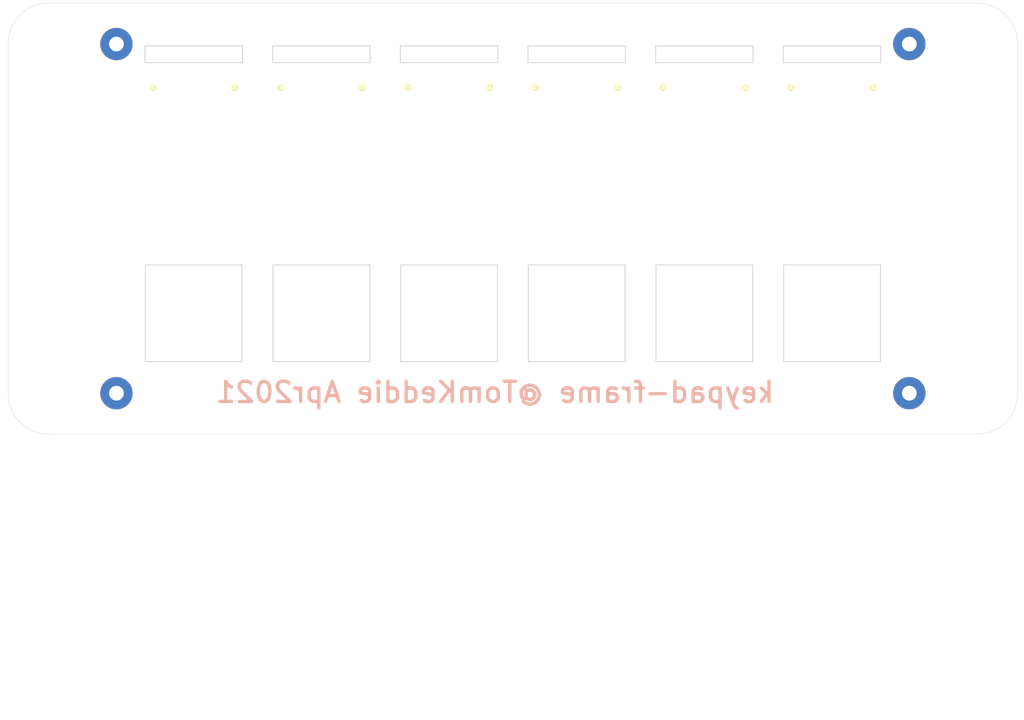
<source format=kicad_pcb>
(kicad_pcb (version 20171130) (host pcbnew 5.1.7-a382d34a8~88~ubuntu20.04.1)

  (general
    (thickness 1.6)
    (drawings 9)
    (tracks 4)
    (zones 0)
    (modules 13)
    (nets 2)
  )

  (page A4)
  (title_block
    (date 2021-04-25)
    (rev Apr2021a)
  )

  (layers
    (0 F.Cu signal)
    (31 B.Cu signal)
    (32 B.Adhes user hide)
    (33 F.Adhes user hide)
    (34 B.Paste user hide)
    (35 F.Paste user hide)
    (36 B.SilkS user)
    (37 F.SilkS user)
    (38 B.Mask user hide)
    (39 F.Mask user hide)
    (40 Dwgs.User user hide)
    (41 Cmts.User user hide)
    (42 Eco1.User user hide)
    (43 Eco2.User user hide)
    (44 Edge.Cuts user)
    (45 Margin user hide)
    (46 B.CrtYd user hide)
    (47 F.CrtYd user hide)
    (48 B.Fab user hide)
    (49 F.Fab user hide)
  )

  (setup
    (last_trace_width 0.25)
    (user_trace_width 0.5)
    (user_trace_width 1)
    (user_trace_width 2)
    (trace_clearance 0.2)
    (zone_clearance 0.508)
    (zone_45_only no)
    (trace_min 0.2)
    (via_size 0.8)
    (via_drill 0.4)
    (via_min_size 0.4)
    (via_min_drill 0.3)
    (uvia_size 0.3)
    (uvia_drill 0.1)
    (uvias_allowed no)
    (uvia_min_size 0.2)
    (uvia_min_drill 0.1)
    (edge_width 0.05)
    (segment_width 0.2)
    (pcb_text_width 0.3)
    (pcb_text_size 1.5 1.5)
    (mod_edge_width 0.12)
    (mod_text_size 1 1)
    (mod_text_width 0.15)
    (pad_size 1.524 1.524)
    (pad_drill 0.762)
    (pad_to_mask_clearance 0)
    (aux_axis_origin 0 0)
    (visible_elements FFFFFF7F)
    (pcbplotparams
      (layerselection 0x010fc_ffffffff)
      (usegerberextensions false)
      (usegerberattributes true)
      (usegerberadvancedattributes true)
      (creategerberjobfile true)
      (excludeedgelayer true)
      (linewidth 0.100000)
      (plotframeref false)
      (viasonmask false)
      (mode 1)
      (useauxorigin false)
      (hpglpennumber 1)
      (hpglpenspeed 20)
      (hpglpendiameter 15.000000)
      (psnegative false)
      (psa4output false)
      (plotreference true)
      (plotvalue true)
      (plotinvisibletext false)
      (padsonsilk false)
      (subtractmaskfromsilk false)
      (outputformat 1)
      (mirror false)
      (drillshape 1)
      (scaleselection 1)
      (outputdirectory ""))
  )

  (net 0 "")
  (net 1 GND)

  (net_class Default "This is the default net class."
    (clearance 0.2)
    (trace_width 0.25)
    (via_dia 0.8)
    (via_drill 0.4)
    (uvia_dia 0.3)
    (uvia_drill 0.1)
    (diff_pair_width 0.25)
    (diff_pair_gap 0.5)
  )

  (module tom-mechanical:MX_KEYSWITCH_CUTOUT locked (layer F.Cu) (tedit 6085EC17) (tstamp 60805FB7)
    (at 214 100)
    (descr MX_PCB)
    (tags MX_PCB)
    (path /60806E15)
    (attr smd)
    (fp_text reference SW7 (at -0.13 -8.1) (layer F.SilkS) hide
      (effects (font (size 1 1) (thickness 0.2)))
    )
    (fp_text value Switch_SW_Push (at 0 8.2) (layer F.SilkS) hide
      (effects (font (size 1.524 1.524) (thickness 0.3048)))
    )
    (fp_line (start -9.5 9.5) (end -9.5 -9.5) (layer Dwgs.User) (width 0.001))
    (fp_line (start 9.5 9.5) (end -9.5 9.5) (layer Dwgs.User) (width 0.001))
    (fp_line (start 9.5 -9.5) (end 9.5 9.5) (layer Dwgs.User) (width 0.001))
    (fp_line (start -9.5 -9.5) (end 9.5 -9.5) (layer Dwgs.User) (width 0.001))
    (fp_line (start 0 -9.5) (end 0 -9.55) (layer Dwgs.User) (width 0.001))
    (fp_line (start 0 -9.55) (end 0.1 -9.5) (layer Dwgs.User) (width 0.001))
    (fp_line (start 0 -9.55) (end -0.1 -9.5) (layer Dwgs.User) (width 0.001))
    (fp_line (start 0 9.55) (end 0.1 9.5) (layer Dwgs.User) (width 0.001))
    (fp_line (start 0 9.55) (end -0.1 9.5) (layer Dwgs.User) (width 0.001))
    (fp_line (start 0 9.5) (end 0 9.55) (layer Dwgs.User) (width 0.001))
    (fp_line (start -9.55 0) (end -9.5 0.1) (layer Dwgs.User) (width 0.001))
    (fp_line (start -9.55 0) (end -9.5 -0.1) (layer Dwgs.User) (width 0.001))
    (fp_line (start -9.5 0) (end -9.55 0) (layer Dwgs.User) (width 0.001))
    (fp_line (start 9.55 0) (end 9.5 -0.1) (layer Dwgs.User) (width 0.001))
    (fp_line (start 9.55 0) (end 9.5 0.1) (layer Dwgs.User) (width 0.001))
    (fp_line (start 9.5 0) (end 9.55 0) (layer Dwgs.User) (width 0.001))
    (fp_line (start -7.2 -7.2) (end -7.2 7.2) (layer Edge.Cuts) (width 0.12))
    (fp_line (start 7.2 -7.2) (end 7.2 7.2) (layer Edge.Cuts) (width 0.12))
    (fp_line (start -7.2 -7.2) (end 7.2 -7.2) (layer Edge.Cuts) (width 0.12))
    (fp_line (start 7.2 7.2) (end -7.2 7.2) (layer Edge.Cuts) (width 0.12))
  )

  (module tom-mechanical:MX_KEYSWITCH_CUTOUT locked (layer F.Cu) (tedit 6085EC17) (tstamp 60805F77)
    (at 195 100)
    (descr MX_PCB)
    (tags MX_PCB)
    (path /60806E0B)
    (attr smd)
    (fp_text reference SW6 (at -0.13 -8.1) (layer F.SilkS) hide
      (effects (font (size 1 1) (thickness 0.2)))
    )
    (fp_text value Switch_SW_Push (at 0 8.2) (layer F.SilkS) hide
      (effects (font (size 1.524 1.524) (thickness 0.3048)))
    )
    (fp_line (start -9.5 9.5) (end -9.5 -9.5) (layer Dwgs.User) (width 0.001))
    (fp_line (start 9.5 9.5) (end -9.5 9.5) (layer Dwgs.User) (width 0.001))
    (fp_line (start 9.5 -9.5) (end 9.5 9.5) (layer Dwgs.User) (width 0.001))
    (fp_line (start -9.5 -9.5) (end 9.5 -9.5) (layer Dwgs.User) (width 0.001))
    (fp_line (start 0 -9.5) (end 0 -9.55) (layer Dwgs.User) (width 0.001))
    (fp_line (start 0 -9.55) (end 0.1 -9.5) (layer Dwgs.User) (width 0.001))
    (fp_line (start 0 -9.55) (end -0.1 -9.5) (layer Dwgs.User) (width 0.001))
    (fp_line (start 0 9.55) (end 0.1 9.5) (layer Dwgs.User) (width 0.001))
    (fp_line (start 0 9.55) (end -0.1 9.5) (layer Dwgs.User) (width 0.001))
    (fp_line (start 0 9.5) (end 0 9.55) (layer Dwgs.User) (width 0.001))
    (fp_line (start -9.55 0) (end -9.5 0.1) (layer Dwgs.User) (width 0.001))
    (fp_line (start -9.55 0) (end -9.5 -0.1) (layer Dwgs.User) (width 0.001))
    (fp_line (start -9.5 0) (end -9.55 0) (layer Dwgs.User) (width 0.001))
    (fp_line (start 9.55 0) (end 9.5 -0.1) (layer Dwgs.User) (width 0.001))
    (fp_line (start 9.55 0) (end 9.5 0.1) (layer Dwgs.User) (width 0.001))
    (fp_line (start 9.5 0) (end 9.55 0) (layer Dwgs.User) (width 0.001))
    (fp_line (start -7.2 -7.2) (end -7.2 7.2) (layer Edge.Cuts) (width 0.12))
    (fp_line (start 7.2 -7.2) (end 7.2 7.2) (layer Edge.Cuts) (width 0.12))
    (fp_line (start -7.2 -7.2) (end 7.2 -7.2) (layer Edge.Cuts) (width 0.12))
    (fp_line (start 7.2 7.2) (end -7.2 7.2) (layer Edge.Cuts) (width 0.12))
  )

  (module tom-mechanical:MX_KEYSWITCH_CUTOUT locked (layer F.Cu) (tedit 6085EC17) (tstamp 60805F37)
    (at 176 100)
    (descr MX_PCB)
    (tags MX_PCB)
    (path /60806D97)
    (attr smd)
    (fp_text reference SW5 (at -0.13 -8.1) (layer F.SilkS) hide
      (effects (font (size 1 1) (thickness 0.2)))
    )
    (fp_text value Switch_SW_Push (at 0 8.2) (layer F.SilkS) hide
      (effects (font (size 1.524 1.524) (thickness 0.3048)))
    )
    (fp_line (start -9.5 9.5) (end -9.5 -9.5) (layer Dwgs.User) (width 0.001))
    (fp_line (start 9.5 9.5) (end -9.5 9.5) (layer Dwgs.User) (width 0.001))
    (fp_line (start 9.5 -9.5) (end 9.5 9.5) (layer Dwgs.User) (width 0.001))
    (fp_line (start -9.5 -9.5) (end 9.5 -9.5) (layer Dwgs.User) (width 0.001))
    (fp_line (start 0 -9.5) (end 0 -9.55) (layer Dwgs.User) (width 0.001))
    (fp_line (start 0 -9.55) (end 0.1 -9.5) (layer Dwgs.User) (width 0.001))
    (fp_line (start 0 -9.55) (end -0.1 -9.5) (layer Dwgs.User) (width 0.001))
    (fp_line (start 0 9.55) (end 0.1 9.5) (layer Dwgs.User) (width 0.001))
    (fp_line (start 0 9.55) (end -0.1 9.5) (layer Dwgs.User) (width 0.001))
    (fp_line (start 0 9.5) (end 0 9.55) (layer Dwgs.User) (width 0.001))
    (fp_line (start -9.55 0) (end -9.5 0.1) (layer Dwgs.User) (width 0.001))
    (fp_line (start -9.55 0) (end -9.5 -0.1) (layer Dwgs.User) (width 0.001))
    (fp_line (start -9.5 0) (end -9.55 0) (layer Dwgs.User) (width 0.001))
    (fp_line (start 9.55 0) (end 9.5 -0.1) (layer Dwgs.User) (width 0.001))
    (fp_line (start 9.55 0) (end 9.5 0.1) (layer Dwgs.User) (width 0.001))
    (fp_line (start 9.5 0) (end 9.55 0) (layer Dwgs.User) (width 0.001))
    (fp_line (start -7.2 -7.2) (end -7.2 7.2) (layer Edge.Cuts) (width 0.12))
    (fp_line (start 7.2 -7.2) (end 7.2 7.2) (layer Edge.Cuts) (width 0.12))
    (fp_line (start -7.2 -7.2) (end 7.2 -7.2) (layer Edge.Cuts) (width 0.12))
    (fp_line (start 7.2 7.2) (end -7.2 7.2) (layer Edge.Cuts) (width 0.12))
  )

  (module tom-mechanical:MX_KEYSWITCH_CUTOUT locked (layer F.Cu) (tedit 6085EC17) (tstamp 60805EF7)
    (at 157 100)
    (descr MX_PCB)
    (tags MX_PCB)
    (path /60805EF9)
    (attr smd)
    (fp_text reference SW4 (at -0.13 -8.1) (layer F.SilkS) hide
      (effects (font (size 1 1) (thickness 0.2)))
    )
    (fp_text value Switch_SW_Push (at 0 8.2) (layer F.SilkS) hide
      (effects (font (size 1.524 1.524) (thickness 0.3048)))
    )
    (fp_line (start -9.5 9.5) (end -9.5 -9.5) (layer Dwgs.User) (width 0.001))
    (fp_line (start 9.5 9.5) (end -9.5 9.5) (layer Dwgs.User) (width 0.001))
    (fp_line (start 9.5 -9.5) (end 9.5 9.5) (layer Dwgs.User) (width 0.001))
    (fp_line (start -9.5 -9.5) (end 9.5 -9.5) (layer Dwgs.User) (width 0.001))
    (fp_line (start 0 -9.5) (end 0 -9.55) (layer Dwgs.User) (width 0.001))
    (fp_line (start 0 -9.55) (end 0.1 -9.5) (layer Dwgs.User) (width 0.001))
    (fp_line (start 0 -9.55) (end -0.1 -9.5) (layer Dwgs.User) (width 0.001))
    (fp_line (start 0 9.55) (end 0.1 9.5) (layer Dwgs.User) (width 0.001))
    (fp_line (start 0 9.55) (end -0.1 9.5) (layer Dwgs.User) (width 0.001))
    (fp_line (start 0 9.5) (end 0 9.55) (layer Dwgs.User) (width 0.001))
    (fp_line (start -9.55 0) (end -9.5 0.1) (layer Dwgs.User) (width 0.001))
    (fp_line (start -9.55 0) (end -9.5 -0.1) (layer Dwgs.User) (width 0.001))
    (fp_line (start -9.5 0) (end -9.55 0) (layer Dwgs.User) (width 0.001))
    (fp_line (start 9.55 0) (end 9.5 -0.1) (layer Dwgs.User) (width 0.001))
    (fp_line (start 9.55 0) (end 9.5 0.1) (layer Dwgs.User) (width 0.001))
    (fp_line (start 9.5 0) (end 9.55 0) (layer Dwgs.User) (width 0.001))
    (fp_line (start -7.2 -7.2) (end -7.2 7.2) (layer Edge.Cuts) (width 0.12))
    (fp_line (start 7.2 -7.2) (end 7.2 7.2) (layer Edge.Cuts) (width 0.12))
    (fp_line (start -7.2 -7.2) (end 7.2 -7.2) (layer Edge.Cuts) (width 0.12))
    (fp_line (start 7.2 7.2) (end -7.2 7.2) (layer Edge.Cuts) (width 0.12))
  )

  (module tom-mechanical:MX_KEYSWITCH_CUTOUT locked (layer F.Cu) (tedit 6085EC17) (tstamp 60805EB7)
    (at 138 100)
    (descr MX_PCB)
    (tags MX_PCB)
    (path /60805EB1)
    (attr smd)
    (fp_text reference SW3 (at -0.13 -8.1) (layer F.SilkS) hide
      (effects (font (size 1 1) (thickness 0.2)))
    )
    (fp_text value Switch_SW_Push (at 0 8.2) (layer F.SilkS) hide
      (effects (font (size 1.524 1.524) (thickness 0.3048)))
    )
    (fp_line (start -9.5 9.5) (end -9.5 -9.5) (layer Dwgs.User) (width 0.001))
    (fp_line (start 9.5 9.5) (end -9.5 9.5) (layer Dwgs.User) (width 0.001))
    (fp_line (start 9.5 -9.5) (end 9.5 9.5) (layer Dwgs.User) (width 0.001))
    (fp_line (start -9.5 -9.5) (end 9.5 -9.5) (layer Dwgs.User) (width 0.001))
    (fp_line (start 0 -9.5) (end 0 -9.55) (layer Dwgs.User) (width 0.001))
    (fp_line (start 0 -9.55) (end 0.1 -9.5) (layer Dwgs.User) (width 0.001))
    (fp_line (start 0 -9.55) (end -0.1 -9.5) (layer Dwgs.User) (width 0.001))
    (fp_line (start 0 9.55) (end 0.1 9.5) (layer Dwgs.User) (width 0.001))
    (fp_line (start 0 9.55) (end -0.1 9.5) (layer Dwgs.User) (width 0.001))
    (fp_line (start 0 9.5) (end 0 9.55) (layer Dwgs.User) (width 0.001))
    (fp_line (start -9.55 0) (end -9.5 0.1) (layer Dwgs.User) (width 0.001))
    (fp_line (start -9.55 0) (end -9.5 -0.1) (layer Dwgs.User) (width 0.001))
    (fp_line (start -9.5 0) (end -9.55 0) (layer Dwgs.User) (width 0.001))
    (fp_line (start 9.55 0) (end 9.5 -0.1) (layer Dwgs.User) (width 0.001))
    (fp_line (start 9.55 0) (end 9.5 0.1) (layer Dwgs.User) (width 0.001))
    (fp_line (start 9.5 0) (end 9.55 0) (layer Dwgs.User) (width 0.001))
    (fp_line (start -7.2 -7.2) (end -7.2 7.2) (layer Edge.Cuts) (width 0.12))
    (fp_line (start 7.2 -7.2) (end 7.2 7.2) (layer Edge.Cuts) (width 0.12))
    (fp_line (start -7.2 -7.2) (end 7.2 -7.2) (layer Edge.Cuts) (width 0.12))
    (fp_line (start 7.2 7.2) (end -7.2 7.2) (layer Edge.Cuts) (width 0.12))
  )

  (module tom-mechanical:MX_KEYSWITCH_CUTOUT locked (layer F.Cu) (tedit 6085EC17) (tstamp 60805E77)
    (at 119 100)
    (descr MX_PCB)
    (tags MX_PCB)
    (path /60805AE6)
    (attr smd)
    (fp_text reference SW2 (at -0.13 -8.1) (layer F.SilkS) hide
      (effects (font (size 1 1) (thickness 0.2)))
    )
    (fp_text value Switch_SW_Push (at 0 8.2) (layer F.SilkS) hide
      (effects (font (size 1.524 1.524) (thickness 0.3048)))
    )
    (fp_line (start -9.5 9.5) (end -9.5 -9.5) (layer Dwgs.User) (width 0.001))
    (fp_line (start 9.5 9.5) (end -9.5 9.5) (layer Dwgs.User) (width 0.001))
    (fp_line (start 9.5 -9.5) (end 9.5 9.5) (layer Dwgs.User) (width 0.001))
    (fp_line (start -9.5 -9.5) (end 9.5 -9.5) (layer Dwgs.User) (width 0.001))
    (fp_line (start 0 -9.5) (end 0 -9.55) (layer Dwgs.User) (width 0.001))
    (fp_line (start 0 -9.55) (end 0.1 -9.5) (layer Dwgs.User) (width 0.001))
    (fp_line (start 0 -9.55) (end -0.1 -9.5) (layer Dwgs.User) (width 0.001))
    (fp_line (start 0 9.55) (end 0.1 9.5) (layer Dwgs.User) (width 0.001))
    (fp_line (start 0 9.55) (end -0.1 9.5) (layer Dwgs.User) (width 0.001))
    (fp_line (start 0 9.5) (end 0 9.55) (layer Dwgs.User) (width 0.001))
    (fp_line (start -9.55 0) (end -9.5 0.1) (layer Dwgs.User) (width 0.001))
    (fp_line (start -9.55 0) (end -9.5 -0.1) (layer Dwgs.User) (width 0.001))
    (fp_line (start -9.5 0) (end -9.55 0) (layer Dwgs.User) (width 0.001))
    (fp_line (start 9.55 0) (end 9.5 -0.1) (layer Dwgs.User) (width 0.001))
    (fp_line (start 9.55 0) (end 9.5 0.1) (layer Dwgs.User) (width 0.001))
    (fp_line (start 9.5 0) (end 9.55 0) (layer Dwgs.User) (width 0.001))
    (fp_line (start -7.2 -7.2) (end -7.2 7.2) (layer Edge.Cuts) (width 0.12))
    (fp_line (start 7.2 -7.2) (end 7.2 7.2) (layer Edge.Cuts) (width 0.12))
    (fp_line (start -7.2 -7.2) (end 7.2 -7.2) (layer Edge.Cuts) (width 0.12))
    (fp_line (start 7.2 7.2) (end -7.2 7.2) (layer Edge.Cuts) (width 0.12))
  )

  (module tom-mechanical:IE096HQ1301CL_SLOT (layer B.Cu) (tedit 6085E786) (tstamp 6081A9F2)
    (at 214 70.424 180)
    (path /60918649)
    (fp_text reference U8 (at 0 4.064) (layer B.SilkS) hide
      (effects (font (size 1.5 1.5) (thickness 0.25)) (justify mirror))
    )
    (fp_text value IE096HQ1301CL_SLOT (at 0 4.318) (layer B.Fab) hide
      (effects (font (size 1 1) (thickness 0.15)) (justify mirror))
    )
    (fp_line (start 7.25 7.75) (end -7.25 7.75) (layer Edge.Cuts) (width 0.12))
    (fp_line (start -7.25 10.25) (end 7.25 10.25) (layer Edge.Cuts) (width 0.12))
    (fp_line (start 7.25 7.75) (end 7.25 10.25) (layer Edge.Cuts) (width 0.12))
    (fp_line (start -7.25 7.75) (end -7.25 10.25) (layer Edge.Cuts) (width 0.12))
    (fp_circle (center 6.1 4) (end 6.45 4) (layer F.SilkS) (width 0.3))
    (fp_circle (center -6.1 4) (end -5.75 4) (layer F.SilkS) (width 0.3))
  )

  (module tom-mechanical:IE096HQ1301CL_SLOT (layer B.Cu) (tedit 6085E786) (tstamp 6081A9DA)
    (at 195 70.424 180)
    (path /6091860A)
    (fp_text reference U7 (at 0 4.064) (layer B.SilkS) hide
      (effects (font (size 1.5 1.5) (thickness 0.25)) (justify mirror))
    )
    (fp_text value IE096HQ1301CL_SLOT (at 0 4.318) (layer B.Fab) hide
      (effects (font (size 1 1) (thickness 0.15)) (justify mirror))
    )
    (fp_line (start 7.25 7.75) (end -7.25 7.75) (layer Edge.Cuts) (width 0.12))
    (fp_line (start -7.25 10.25) (end 7.25 10.25) (layer Edge.Cuts) (width 0.12))
    (fp_line (start 7.25 7.75) (end 7.25 10.25) (layer Edge.Cuts) (width 0.12))
    (fp_line (start -7.25 7.75) (end -7.25 10.25) (layer Edge.Cuts) (width 0.12))
    (fp_circle (center 6.1 4) (end 6.45 4) (layer F.SilkS) (width 0.3))
    (fp_circle (center -6.1 4) (end -5.75 4) (layer F.SilkS) (width 0.3))
  )

  (module tom-mechanical:IE096HQ1301CL_SLOT (layer B.Cu) (tedit 6085E786) (tstamp 6081A9C2)
    (at 176 70.424 180)
    (path /608CD45A)
    (fp_text reference U6 (at 0 4.064) (layer B.SilkS) hide
      (effects (font (size 1.5 1.5) (thickness 0.25)) (justify mirror))
    )
    (fp_text value IE096HQ1301CL_SLOT (at 0 4.318) (layer B.Fab) hide
      (effects (font (size 1 1) (thickness 0.15)) (justify mirror))
    )
    (fp_line (start 7.25 7.75) (end -7.25 7.75) (layer Edge.Cuts) (width 0.12))
    (fp_line (start -7.25 10.25) (end 7.25 10.25) (layer Edge.Cuts) (width 0.12))
    (fp_line (start 7.25 7.75) (end 7.25 10.25) (layer Edge.Cuts) (width 0.12))
    (fp_line (start -7.25 7.75) (end -7.25 10.25) (layer Edge.Cuts) (width 0.12))
    (fp_circle (center 6.1 4) (end 6.45 4) (layer F.SilkS) (width 0.3))
    (fp_circle (center -6.1 4) (end -5.75 4) (layer F.SilkS) (width 0.3))
  )

  (module tom-mechanical:IE096HQ1301CL_SLOT (layer B.Cu) (tedit 6085E786) (tstamp 6084A94C)
    (at 157 70.424 180)
    (path /60918109)
    (fp_text reference U5 (at 0 4.064) (layer B.SilkS) hide
      (effects (font (size 1.5 1.5) (thickness 0.25)) (justify mirror))
    )
    (fp_text value IE096HQ1301CL_SLOT (at 0 4.318) (layer B.Fab) hide
      (effects (font (size 1 1) (thickness 0.15)) (justify mirror))
    )
    (fp_line (start 7.25 7.75) (end -7.25 7.75) (layer Edge.Cuts) (width 0.12))
    (fp_line (start -7.25 10.25) (end 7.25 10.25) (layer Edge.Cuts) (width 0.12))
    (fp_line (start 7.25 7.75) (end 7.25 10.25) (layer Edge.Cuts) (width 0.12))
    (fp_line (start -7.25 7.75) (end -7.25 10.25) (layer Edge.Cuts) (width 0.12))
    (fp_circle (center 6.1 4) (end 6.45 4) (layer F.SilkS) (width 0.3))
    (fp_circle (center -6.1 4) (end -5.75 4) (layer F.SilkS) (width 0.3))
  )

  (module tom-mechanical:IE096HQ1301CL_SLOT (layer B.Cu) (tedit 6085E786) (tstamp 6081A992)
    (at 138 70.424 180)
    (path /608CD025)
    (fp_text reference U4 (at 0 4.064) (layer B.SilkS) hide
      (effects (font (size 1.5 1.5) (thickness 0.25)) (justify mirror))
    )
    (fp_text value IE096HQ1301CL_SLOT (at 0 4.318) (layer B.Fab) hide
      (effects (font (size 1 1) (thickness 0.15)) (justify mirror))
    )
    (fp_line (start 7.25 7.75) (end -7.25 7.75) (layer Edge.Cuts) (width 0.12))
    (fp_line (start -7.25 10.25) (end 7.25 10.25) (layer Edge.Cuts) (width 0.12))
    (fp_line (start 7.25 7.75) (end 7.25 10.25) (layer Edge.Cuts) (width 0.12))
    (fp_line (start -7.25 7.75) (end -7.25 10.25) (layer Edge.Cuts) (width 0.12))
    (fp_circle (center 6.1 4) (end 6.45 4) (layer F.SilkS) (width 0.3))
    (fp_circle (center -6.1 4) (end -5.75 4) (layer F.SilkS) (width 0.3))
  )

  (module tom-mechanical:IE096HQ1301CL_SLOT (layer B.Cu) (tedit 6085E786) (tstamp 6081A97A)
    (at 119 70.424 180)
    (path /608C04B6)
    (fp_text reference U3 (at 0 4.064) (layer B.SilkS) hide
      (effects (font (size 1.5 1.5) (thickness 0.25)) (justify mirror))
    )
    (fp_text value IE096HQ1301CL_SLOT (at 0 4.318) (layer B.Fab) hide
      (effects (font (size 1 1) (thickness 0.15)) (justify mirror))
    )
    (fp_line (start 7.25 7.75) (end -7.25 7.75) (layer Edge.Cuts) (width 0.12))
    (fp_line (start -7.25 10.25) (end 7.25 10.25) (layer Edge.Cuts) (width 0.12))
    (fp_line (start 7.25 7.75) (end 7.25 10.25) (layer Edge.Cuts) (width 0.12))
    (fp_line (start -7.25 7.75) (end -7.25 10.25) (layer Edge.Cuts) (width 0.12))
    (fp_circle (center 6.1 4) (end 6.45 4) (layer F.SilkS) (width 0.3))
    (fp_circle (center -6.1 4) (end -5.75 4) (layer F.SilkS) (width 0.3))
  )

  (module keypad-base:1550Z109 (layer F.Cu) (tedit 6082CE28) (tstamp 6081BE7A)
    (at 166.5 160)
    (path /60A59A71)
    (fp_text reference H1 (at 0 0.5) (layer F.SilkS) hide
      (effects (font (size 1 1) (thickness 0.15)))
    )
    (fp_text value 1550Z109 (at 0 -0.5) (layer F.Fab) hide
      (effects (font (size 1 1) (thickness 0.15)))
    )
    (fp_line (start -0.508 0.508) (end -0.508 -0.508) (layer F.CrtYd) (width 0.12))
    (fp_line (start 0.508 0.508) (end -0.508 0.508) (layer F.CrtYd) (width 0.12))
    (fp_line (start 0.508 -0.508) (end 0.508 0.508) (layer F.CrtYd) (width 0.12))
    (fp_line (start -0.508 -0.508) (end 0.508 -0.508) (layer F.CrtYd) (width 0.12))
    (model "${KIPRJMOD}/3d/1550Z109 asm v1 090902.stp"
      (offset (xyz 0 0 6))
      (scale (xyz 1 1 1))
      (rotate (xyz 90 0 0))
    )
  )

  (gr_text "keypad-frame @TomKeddie Apr2021" (at 163.83 111.76) (layer B.SilkS)
    (effects (font (size 3 3) (thickness 0.5)) (justify mirror))
  )
  (gr_line (start 91.4 59.8) (end 91.4 112) (layer Edge.Cuts) (width 0.05) (tstamp 6081CF98))
  (gr_line (start 235.6 53.8) (end 97.4 53.8) (layer Edge.Cuts) (width 0.05) (tstamp 6081CF97))
  (gr_arc (start 97.4 59.8) (end 97.4 53.8) (angle -90) (layer Edge.Cuts) (width 0.05) (tstamp 6081CF81))
  (gr_line (start 241.6 112) (end 241.6 59.8) (layer Edge.Cuts) (width 0.05) (tstamp 6081CF7D))
  (gr_arc (start 235.6 59.8) (end 241.6 59.8) (angle -90) (layer Edge.Cuts) (width 0.05) (tstamp 6081CF69))
  (gr_line (start 97.4 118) (end 235.6 118) (layer Edge.Cuts) (width 0.05) (tstamp 6081B1E2))
  (gr_arc (start 97.4 112) (end 97.4 118) (angle 90) (layer Edge.Cuts) (width 0.05) (tstamp 6081B1DD))
  (gr_arc (start 235.6 112) (end 235.6 118) (angle -90) (layer Edge.Cuts) (width 0.05))

  (via (at 225.5 111.9) (size 4.81) (drill 2.2) (layers F.Cu B.Cu) (net 0))
  (via (at 225.5 59.9) (size 4.81) (drill 2.2) (layers F.Cu B.Cu) (net 0) (tstamp 6082DEE7))
  (via (at 107.5 111.9) (size 4.81) (drill 2.2) (layers F.Cu B.Cu) (net 0) (tstamp 6082DEEA))
  (via (at 107.5 59.9) (size 4.81) (drill 2.2) (layers F.Cu B.Cu) (net 0) (tstamp 6082DEED))

  (zone (net 1) (net_name GND) (layer B.Cu) (tstamp 0) (hatch edge 0.508)
    (connect_pads (clearance 0.254))
    (min_thickness 0.254)
    (fill (arc_segments 32) (thermal_gap 0.254) (thermal_bridge_width 0.255))
    (polygon
      (pts
        (xy 242.57 119.38) (xy 90.17 119.38) (xy 90.17 53.34) (xy 242.57 53.34)
      )
    )
  )
  (zone (net 1) (net_name GND) (layer F.Cu) (tstamp 0) (hatch edge 0.508)
    (connect_pads (clearance 0.254))
    (min_thickness 0.254)
    (fill (arc_segments 32) (thermal_gap 0.254) (thermal_bridge_width 0.255))
    (polygon
      (pts
        (xy 242.57 119.38) (xy 90.17 119.38) (xy 90.17 53.34) (xy 242.57 53.34)
      )
    )
  )
)

</source>
